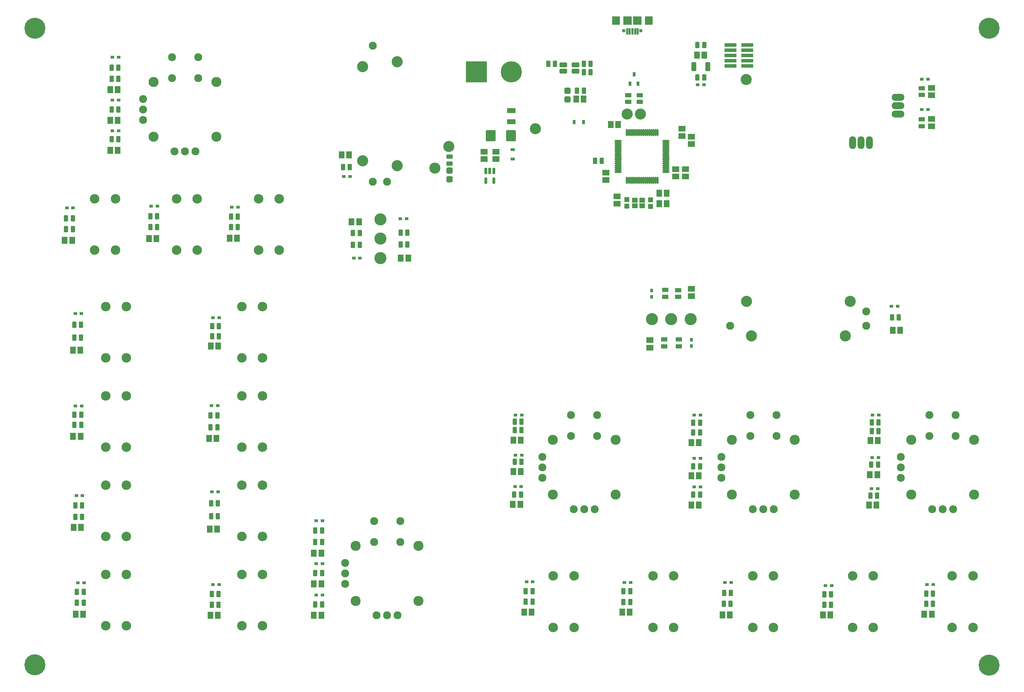
<source format=gts>
G04*
G04 #@! TF.GenerationSoftware,Altium Limited,Altium Designer,20.1.11 (218)*
G04*
G04 Layer_Color=8388736*
%FSLAX25Y25*%
%MOIN*%
G70*
G04*
G04 #@! TF.SameCoordinates,A32AA641-9BD5-4A0C-9211-EA825F98DF86*
G04*
G04*
G04 #@! TF.FilePolarity,Negative*
G04*
G01*
G75*
G04:AMPARAMS|DCode=20|XSize=55.12mil|YSize=68.9mil|CornerRadius=7.87mil|HoleSize=0mil|Usage=FLASHONLY|Rotation=180.000|XOffset=0mil|YOffset=0mil|HoleType=Round|Shape=RoundedRectangle|*
%AMROUNDEDRECTD20*
21,1,0.05512,0.05315,0,0,180.0*
21,1,0.03937,0.06890,0,0,180.0*
1,1,0.01575,-0.01968,0.02657*
1,1,0.01575,0.01968,0.02657*
1,1,0.01575,0.01968,-0.02657*
1,1,0.01575,-0.01968,-0.02657*
%
%ADD20ROUNDEDRECTD20*%
%ADD21O,0.06890X0.01772*%
%ADD22O,0.01772X0.06890*%
%ADD23R,0.03071X0.03858*%
G04:AMPARAMS|DCode=24|XSize=55.12mil|YSize=45.28mil|CornerRadius=5.91mil|HoleSize=0mil|Usage=FLASHONLY|Rotation=180.000|XOffset=0mil|YOffset=0mil|HoleType=Round|Shape=RoundedRectangle|*
%AMROUNDEDRECTD24*
21,1,0.05512,0.03347,0,0,180.0*
21,1,0.04331,0.04528,0,0,180.0*
1,1,0.01181,-0.02165,0.01673*
1,1,0.01181,0.02165,0.01673*
1,1,0.01181,0.02165,-0.01673*
1,1,0.01181,-0.02165,-0.01673*
%
%ADD24ROUNDEDRECTD24*%
G04:AMPARAMS|DCode=25|XSize=45.28mil|YSize=84.65mil|CornerRadius=5.91mil|HoleSize=0mil|Usage=FLASHONLY|Rotation=180.000|XOffset=0mil|YOffset=0mil|HoleType=Round|Shape=RoundedRectangle|*
%AMROUNDEDRECTD25*
21,1,0.04528,0.07284,0,0,180.0*
21,1,0.03347,0.08465,0,0,180.0*
1,1,0.01181,-0.01673,0.03642*
1,1,0.01181,0.01673,0.03642*
1,1,0.01181,0.01673,-0.03642*
1,1,0.01181,-0.01673,-0.03642*
%
%ADD25ROUNDEDRECTD25*%
G04:AMPARAMS|DCode=26|XSize=61.02mil|YSize=41.34mil|CornerRadius=5.61mil|HoleSize=0mil|Usage=FLASHONLY|Rotation=270.000|XOffset=0mil|YOffset=0mil|HoleType=Round|Shape=RoundedRectangle|*
%AMROUNDEDRECTD26*
21,1,0.06102,0.03012,0,0,270.0*
21,1,0.04980,0.04134,0,0,270.0*
1,1,0.01122,-0.01506,-0.02490*
1,1,0.01122,-0.01506,0.02490*
1,1,0.01122,0.01506,0.02490*
1,1,0.01122,0.01506,-0.02490*
%
%ADD26ROUNDEDRECTD26*%
G04:AMPARAMS|DCode=27|XSize=61.02mil|YSize=41.34mil|CornerRadius=5.61mil|HoleSize=0mil|Usage=FLASHONLY|Rotation=180.000|XOffset=0mil|YOffset=0mil|HoleType=Round|Shape=RoundedRectangle|*
%AMROUNDEDRECTD27*
21,1,0.06102,0.03012,0,0,180.0*
21,1,0.04980,0.04134,0,0,180.0*
1,1,0.01122,-0.02490,0.01506*
1,1,0.01122,0.02490,0.01506*
1,1,0.01122,0.02490,-0.01506*
1,1,0.01122,-0.02490,-0.01506*
%
%ADD27ROUNDEDRECTD27*%
%ADD28R,0.08071X0.08071*%
%ADD29R,0.07677X0.08071*%
%ADD30R,0.02165X0.05906*%
%ADD31R,0.11400X0.03300*%
%ADD32R,0.08200X0.04700*%
%ADD33R,0.02953X0.04134*%
G04:AMPARAMS|DCode=34|XSize=57.09mil|YSize=57.09mil|CornerRadius=8.07mil|HoleSize=0mil|Usage=FLASHONLY|Rotation=90.000|XOffset=0mil|YOffset=0mil|HoleType=Round|Shape=RoundedRectangle|*
%AMROUNDEDRECTD34*
21,1,0.05709,0.04095,0,0,90.0*
21,1,0.04095,0.05709,0,0,90.0*
1,1,0.01614,0.02047,0.02047*
1,1,0.01614,0.02047,-0.02047*
1,1,0.01614,-0.02047,-0.02047*
1,1,0.01614,-0.02047,0.02047*
%
%ADD34ROUNDEDRECTD34*%
G04:AMPARAMS|DCode=35|XSize=45.28mil|YSize=72.84mil|CornerRadius=6.89mil|HoleSize=0mil|Usage=FLASHONLY|Rotation=270.000|XOffset=0mil|YOffset=0mil|HoleType=Round|Shape=RoundedRectangle|*
%AMROUNDEDRECTD35*
21,1,0.04528,0.05906,0,0,270.0*
21,1,0.03150,0.07284,0,0,270.0*
1,1,0.01378,-0.02953,-0.01575*
1,1,0.01378,-0.02953,0.01575*
1,1,0.01378,0.02953,0.01575*
1,1,0.01378,0.02953,-0.01575*
%
%ADD35ROUNDEDRECTD35*%
G04:AMPARAMS|DCode=36|XSize=96.46mil|YSize=104.33mil|CornerRadius=9.74mil|HoleSize=0mil|Usage=FLASHONLY|Rotation=180.000|XOffset=0mil|YOffset=0mil|HoleType=Round|Shape=RoundedRectangle|*
%AMROUNDEDRECTD36*
21,1,0.09646,0.08484,0,0,180.0*
21,1,0.07697,0.10433,0,0,180.0*
1,1,0.01949,-0.03848,0.04242*
1,1,0.01949,0.03848,0.04242*
1,1,0.01949,0.03848,-0.04242*
1,1,0.01949,-0.03848,-0.04242*
%
%ADD36ROUNDEDRECTD36*%
%ADD37R,0.03858X0.03071*%
G04:AMPARAMS|DCode=38|XSize=55.12mil|YSize=68.9mil|CornerRadius=7.87mil|HoleSize=0mil|Usage=FLASHONLY|Rotation=90.000|XOffset=0mil|YOffset=0mil|HoleType=Round|Shape=RoundedRectangle|*
%AMROUNDEDRECTD38*
21,1,0.05512,0.05315,0,0,90.0*
21,1,0.03937,0.06890,0,0,90.0*
1,1,0.01575,0.02657,0.01968*
1,1,0.01575,0.02657,-0.01968*
1,1,0.01575,-0.02657,-0.01968*
1,1,0.01575,-0.02657,0.01968*
%
%ADD38ROUNDEDRECTD38*%
G04:AMPARAMS|DCode=39|XSize=49.21mil|YSize=45.28mil|CornerRadius=6.89mil|HoleSize=0mil|Usage=FLASHONLY|Rotation=0.000|XOffset=0mil|YOffset=0mil|HoleType=Round|Shape=RoundedRectangle|*
%AMROUNDEDRECTD39*
21,1,0.04921,0.03150,0,0,0.0*
21,1,0.03543,0.04528,0,0,0.0*
1,1,0.01378,0.01772,-0.01575*
1,1,0.01378,-0.01772,-0.01575*
1,1,0.01378,-0.01772,0.01575*
1,1,0.01378,0.01772,0.01575*
%
%ADD39ROUNDEDRECTD39*%
G04:AMPARAMS|DCode=40|XSize=29.53mil|YSize=59.06mil|CornerRadius=4.72mil|HoleSize=0mil|Usage=FLASHONLY|Rotation=180.000|XOffset=0mil|YOffset=0mil|HoleType=Round|Shape=RoundedRectangle|*
%AMROUNDEDRECTD40*
21,1,0.02953,0.04961,0,0,180.0*
21,1,0.02008,0.05906,0,0,180.0*
1,1,0.00945,-0.01004,0.02480*
1,1,0.00945,0.01004,0.02480*
1,1,0.00945,0.01004,-0.02480*
1,1,0.00945,-0.01004,-0.02480*
%
%ADD40ROUNDEDRECTD40*%
G04:AMPARAMS|DCode=41|XSize=33.47mil|YSize=29.53mil|CornerRadius=4.72mil|HoleSize=0mil|Usage=FLASHONLY|Rotation=180.000|XOffset=0mil|YOffset=0mil|HoleType=Round|Shape=RoundedRectangle|*
%AMROUNDEDRECTD41*
21,1,0.03347,0.02008,0,0,180.0*
21,1,0.02402,0.02953,0,0,180.0*
1,1,0.00945,-0.01201,0.01004*
1,1,0.00945,0.01201,0.01004*
1,1,0.00945,0.01201,-0.01004*
1,1,0.00945,-0.01201,-0.01004*
%
%ADD41ROUNDEDRECTD41*%
G04:AMPARAMS|DCode=42|XSize=33.47mil|YSize=29.53mil|CornerRadius=4.72mil|HoleSize=0mil|Usage=FLASHONLY|Rotation=270.000|XOffset=0mil|YOffset=0mil|HoleType=Round|Shape=RoundedRectangle|*
%AMROUNDEDRECTD42*
21,1,0.03347,0.02008,0,0,270.0*
21,1,0.02402,0.02953,0,0,270.0*
1,1,0.00945,-0.01004,-0.01201*
1,1,0.00945,-0.01004,0.01201*
1,1,0.00945,0.01004,0.01201*
1,1,0.00945,0.01004,-0.01201*
%
%ADD42ROUNDEDRECTD42*%
%ADD43C,0.10630*%
%ADD44C,0.07677*%
%ADD45C,0.07591*%
%ADD46C,0.09591*%
%ADD47C,0.09091*%
%ADD48C,0.11516*%
%ADD49O,0.06497X0.12403*%
%ADD50O,0.12403X0.06497*%
%ADD51C,0.20079*%
%ADD52C,0.10591*%
%ADD53C,0.20276*%
%ADD54R,0.20276X0.20276*%
%ADD55C,0.03347*%
D20*
X68909Y70500D02*
D03*
X61862D02*
D03*
X59476Y240500D02*
D03*
X66524D02*
D03*
X190764Y69415D02*
D03*
X197811D02*
D03*
X59362Y323000D02*
D03*
X66409D02*
D03*
X189953Y152000D02*
D03*
X197000D02*
D03*
X59976Y153500D02*
D03*
X67024D02*
D03*
X191000Y327000D02*
D03*
X198047D02*
D03*
X289476Y99500D02*
D03*
X296524D02*
D03*
X289476Y69500D02*
D03*
X296524D02*
D03*
X289476Y129000D02*
D03*
X296524D02*
D03*
X189453Y238500D02*
D03*
X196500D02*
D03*
X820476Y204000D02*
D03*
X827524D02*
D03*
X819764Y174797D02*
D03*
X826811D02*
D03*
X820976Y236500D02*
D03*
X828024D02*
D03*
X490453Y72500D02*
D03*
X497500D02*
D03*
X583862D02*
D03*
X590909D02*
D03*
X649953Y203000D02*
D03*
X657000D02*
D03*
X649953Y175000D02*
D03*
X657000D02*
D03*
X649976Y234500D02*
D03*
X657024D02*
D03*
X679760Y69915D02*
D03*
X686807D02*
D03*
X849276Y342000D02*
D03*
X842228D02*
D03*
X479976Y207000D02*
D03*
X487024D02*
D03*
X479476Y175500D02*
D03*
X486524D02*
D03*
X479976Y237000D02*
D03*
X487024D02*
D03*
X775760Y69915D02*
D03*
X782807D02*
D03*
X872476Y70500D02*
D03*
X879524D02*
D03*
X379524Y411000D02*
D03*
X372476D02*
D03*
X325476Y445500D02*
D03*
X332524D02*
D03*
X95012Y542500D02*
D03*
X102059D02*
D03*
X95012Y514000D02*
D03*
X102059D02*
D03*
X95012Y572000D02*
D03*
X102059D02*
D03*
X51476Y428000D02*
D03*
X58524D02*
D03*
X131976Y429500D02*
D03*
X139024D02*
D03*
X208976Y430000D02*
D03*
X216024D02*
D03*
X315976Y509500D02*
D03*
X323024D02*
D03*
X540030Y562783D02*
D03*
X547077D02*
D03*
X662500Y605000D02*
D03*
X655453D02*
D03*
X626476Y463000D02*
D03*
X619429D02*
D03*
X626500Y473000D02*
D03*
X619453D02*
D03*
X572976Y538500D02*
D03*
X580024D02*
D03*
D21*
X580165Y493236D02*
D03*
Y495205D02*
D03*
Y497173D02*
D03*
Y499142D02*
D03*
Y501110D02*
D03*
Y503079D02*
D03*
Y505047D02*
D03*
Y507016D02*
D03*
Y508984D02*
D03*
Y510953D02*
D03*
Y512921D02*
D03*
Y514890D02*
D03*
Y516858D02*
D03*
Y518827D02*
D03*
Y520795D02*
D03*
Y522764D02*
D03*
X625835D02*
D03*
Y520795D02*
D03*
Y518827D02*
D03*
Y516858D02*
D03*
Y514890D02*
D03*
Y512921D02*
D03*
Y510953D02*
D03*
Y508984D02*
D03*
Y507016D02*
D03*
Y505047D02*
D03*
Y503079D02*
D03*
Y501110D02*
D03*
Y499142D02*
D03*
Y497173D02*
D03*
Y495205D02*
D03*
Y493236D02*
D03*
D22*
X588236Y530835D02*
D03*
X590205D02*
D03*
X592173D02*
D03*
X594142D02*
D03*
X596110D02*
D03*
X598079D02*
D03*
X600047D02*
D03*
X602016D02*
D03*
X603984D02*
D03*
X605953D02*
D03*
X607921D02*
D03*
X609890D02*
D03*
X611858D02*
D03*
X613827D02*
D03*
X615795D02*
D03*
X617764D02*
D03*
Y485165D02*
D03*
X615795D02*
D03*
X613827D02*
D03*
X611858D02*
D03*
X609890D02*
D03*
X607921D02*
D03*
X605953D02*
D03*
X603984D02*
D03*
X602016D02*
D03*
X600047D02*
D03*
X598079D02*
D03*
X596110D02*
D03*
X594142D02*
D03*
X592173D02*
D03*
X590205D02*
D03*
X588236D02*
D03*
D23*
X538110Y541000D02*
D03*
X546890D02*
D03*
D24*
X602846Y460941D02*
D03*
Y466059D02*
D03*
X596153D02*
D03*
Y460941D02*
D03*
D25*
X652307Y594000D02*
D03*
X665693D02*
D03*
D26*
X67213Y251429D02*
D03*
X60716D02*
D03*
X198500Y79510D02*
D03*
X192004D02*
D03*
X60716Y261252D02*
D03*
X67213D02*
D03*
X192004Y90000D02*
D03*
X198500D02*
D03*
X67098Y334929D02*
D03*
X60602D02*
D03*
X197689Y164096D02*
D03*
X191193D02*
D03*
X60602Y347252D02*
D03*
X67098D02*
D03*
X191193Y176585D02*
D03*
X197689D02*
D03*
X68098Y163596D02*
D03*
X61602D02*
D03*
X198736Y336262D02*
D03*
X192240D02*
D03*
X61602Y174585D02*
D03*
X68098D02*
D03*
X192240Y345919D02*
D03*
X198736D02*
D03*
X297213Y109841D02*
D03*
X290717D02*
D03*
X297213Y79840D02*
D03*
X290717D02*
D03*
X69598Y81429D02*
D03*
X63102D02*
D03*
X197236Y249262D02*
D03*
X190740D02*
D03*
X63102Y91752D02*
D03*
X69598D02*
D03*
X297213Y139596D02*
D03*
X290717D02*
D03*
X190740Y260419D02*
D03*
X197236D02*
D03*
X290717Y150585D02*
D03*
X297213D02*
D03*
X828213Y213381D02*
D03*
X821716D02*
D03*
X827500Y184000D02*
D03*
X821004D02*
D03*
X498248Y82596D02*
D03*
X491752D02*
D03*
X828713Y245526D02*
D03*
X822217D02*
D03*
X491752Y92585D02*
D03*
X498248D02*
D03*
X822217Y253801D02*
D03*
X828713D02*
D03*
X591598Y82262D02*
D03*
X585102D02*
D03*
Y92419D02*
D03*
X591598D02*
D03*
X658236Y212037D02*
D03*
X651740D02*
D03*
X658236Y184714D02*
D03*
X651740D02*
D03*
X658236Y244360D02*
D03*
X651740D02*
D03*
X687496Y80510D02*
D03*
X681000D02*
D03*
X681252Y91000D02*
D03*
X687748D02*
D03*
X651740Y253467D02*
D03*
X658236D02*
D03*
X841539Y354090D02*
D03*
X848035D02*
D03*
X487736Y216158D02*
D03*
X481240D02*
D03*
X783496Y79510D02*
D03*
X777000D02*
D03*
Y89500D02*
D03*
X783496D02*
D03*
X487236Y184815D02*
D03*
X480740D02*
D03*
X487736Y246471D02*
D03*
X481240D02*
D03*
Y254523D02*
D03*
X487736D02*
D03*
X880748Y80500D02*
D03*
X874252D02*
D03*
X874216Y90252D02*
D03*
X880713D02*
D03*
X372252Y424000D02*
D03*
X378748D02*
D03*
X333248Y435000D02*
D03*
X326752D02*
D03*
X378799Y435197D02*
D03*
X372303D02*
D03*
X326752Y423500D02*
D03*
X333248D02*
D03*
X102748Y553000D02*
D03*
X96252D02*
D03*
X59213Y438500D02*
D03*
X52716D02*
D03*
X102748Y524500D02*
D03*
X96252D02*
D03*
X52752Y449000D02*
D03*
X59248D02*
D03*
X102748Y582343D02*
D03*
X96252D02*
D03*
Y593000D02*
D03*
X102748D02*
D03*
X139713Y440500D02*
D03*
X133217D02*
D03*
X133252Y451000D02*
D03*
X139748D02*
D03*
X216713Y440500D02*
D03*
X210216D02*
D03*
X210252Y450500D02*
D03*
X216748D02*
D03*
X323748Y498000D02*
D03*
X317252D02*
D03*
X540829Y570783D02*
D03*
X547325D02*
D03*
X662248Y583500D02*
D03*
X655752D02*
D03*
X662248Y614500D02*
D03*
X655752D02*
D03*
X564500Y504000D02*
D03*
X558004D02*
D03*
X547252Y596500D02*
D03*
X553748D02*
D03*
X513252D02*
D03*
X519748D02*
D03*
X547252Y588500D02*
D03*
X553748D02*
D03*
D27*
X637429Y373787D02*
D03*
Y380283D02*
D03*
X624096Y333098D02*
D03*
Y326602D02*
D03*
X625000Y380496D02*
D03*
Y374000D02*
D03*
X638085Y326602D02*
D03*
Y333098D02*
D03*
X870000Y543500D02*
D03*
Y537004D02*
D03*
Y573248D02*
D03*
Y566752D02*
D03*
X589649Y566573D02*
D03*
Y560077D02*
D03*
X600649Y566573D02*
D03*
Y560077D02*
D03*
X419000Y501252D02*
D03*
Y507748D02*
D03*
D28*
X598355Y637954D02*
D03*
X588906D02*
D03*
D29*
X609379D02*
D03*
X577883D02*
D03*
D30*
X598749Y627423D02*
D03*
X588513D02*
D03*
X596190D02*
D03*
X593631D02*
D03*
X591072D02*
D03*
D31*
X703500Y594500D02*
D03*
X687500D02*
D03*
X703500Y599500D02*
D03*
X687500D02*
D03*
X703500Y604500D02*
D03*
X687500D02*
D03*
X703500Y609500D02*
D03*
X687500D02*
D03*
X703500Y614500D02*
D03*
X687500D02*
D03*
D32*
X478000Y541250D02*
D03*
Y551750D02*
D03*
D33*
X595200Y586550D02*
D03*
X598940Y577495D02*
D03*
X591460D02*
D03*
D34*
X531577Y562515D02*
D03*
Y570783D02*
D03*
X419000Y486366D02*
D03*
Y494634D02*
D03*
D35*
X539405Y589547D02*
D03*
Y595453D02*
D03*
X527595D02*
D03*
Y589547D02*
D03*
D36*
X477646Y528000D02*
D03*
X458354D02*
D03*
D37*
X479500Y505610D02*
D03*
Y514390D02*
D03*
D38*
X650000Y381524D02*
D03*
Y374476D02*
D03*
X610500Y325362D02*
D03*
Y332409D02*
D03*
X879500Y536953D02*
D03*
Y544000D02*
D03*
Y566453D02*
D03*
Y573500D02*
D03*
X650000Y519976D02*
D03*
Y527024D02*
D03*
X579000Y470024D02*
D03*
Y462976D02*
D03*
X568500Y485476D02*
D03*
Y492524D02*
D03*
X641000Y534524D02*
D03*
Y527476D02*
D03*
X635000Y496024D02*
D03*
Y488976D02*
D03*
X644500Y496024D02*
D03*
Y488976D02*
D03*
X452000Y512500D02*
D03*
Y505453D02*
D03*
X463500Y512500D02*
D03*
Y505453D02*
D03*
D39*
X588500Y466799D02*
D03*
Y460500D02*
D03*
X611000Y460350D02*
D03*
Y466650D02*
D03*
D40*
X461174Y494303D02*
D03*
X457434D02*
D03*
X453694D02*
D03*
Y484972D02*
D03*
X461174D02*
D03*
D41*
X875122Y99000D02*
D03*
X881106D02*
D03*
X777906Y97915D02*
D03*
X783890D02*
D03*
X681906Y100915D02*
D03*
X687890D02*
D03*
X586008Y101000D02*
D03*
X591992D02*
D03*
X492508Y101500D02*
D03*
X498492D02*
D03*
X482146Y261000D02*
D03*
X488130D02*
D03*
X481508Y192500D02*
D03*
X487492D02*
D03*
X482146Y222636D02*
D03*
X488130D02*
D03*
X823122Y261000D02*
D03*
X829106D02*
D03*
X822622Y220080D02*
D03*
X828606D02*
D03*
X821909Y190700D02*
D03*
X827894D02*
D03*
X652646Y192247D02*
D03*
X658630D02*
D03*
X652646Y219569D02*
D03*
X658630D02*
D03*
X652646Y261000D02*
D03*
X658630D02*
D03*
X875842Y553000D02*
D03*
X869858D02*
D03*
X875842Y582000D02*
D03*
X869858D02*
D03*
X291622Y160000D02*
D03*
X297606D02*
D03*
X291622Y89000D02*
D03*
X297606D02*
D03*
X291622Y119000D02*
D03*
X297606D02*
D03*
X193146Y354000D02*
D03*
X199130D02*
D03*
X62508Y184000D02*
D03*
X68492D02*
D03*
X191646Y270000D02*
D03*
X197630D02*
D03*
X64008Y100500D02*
D03*
X69992D02*
D03*
X192098Y187500D02*
D03*
X198083D02*
D03*
X61508Y358000D02*
D03*
X67492D02*
D03*
X847130Y365000D02*
D03*
X841146D02*
D03*
X318008Y489000D02*
D03*
X323992D02*
D03*
X327508Y411000D02*
D03*
X333492D02*
D03*
X377992Y448500D02*
D03*
X372008D02*
D03*
X211008Y459500D02*
D03*
X216992D02*
D03*
X134008Y460500D02*
D03*
X139992D02*
D03*
X53508Y459000D02*
D03*
X59492D02*
D03*
X97158Y532500D02*
D03*
X103142D02*
D03*
X97158Y562000D02*
D03*
X103142D02*
D03*
X97008Y603000D02*
D03*
X102992D02*
D03*
X67606Y269500D02*
D03*
X61622D02*
D03*
X198894Y98915D02*
D03*
X192909D02*
D03*
X656000Y576500D02*
D03*
X661984D02*
D03*
D42*
X650000Y327016D02*
D03*
Y333000D02*
D03*
X611870Y379984D02*
D03*
Y374000D02*
D03*
D43*
X702520Y369571D02*
D03*
X707244Y336500D02*
D03*
X797008D02*
D03*
X801732Y369571D02*
D03*
X369071Y598488D02*
D03*
X336000Y593764D02*
D03*
Y504000D02*
D03*
X369071Y499276D02*
D03*
D44*
X687165Y346146D02*
D03*
X817087Y359925D02*
D03*
Y346146D02*
D03*
X345646Y613842D02*
D03*
X359425Y483921D02*
D03*
X345646D02*
D03*
D45*
X507667Y201000D02*
D03*
Y211000D02*
D03*
Y221000D02*
D03*
X557667Y171000D02*
D03*
X547667D02*
D03*
X537667D02*
D03*
X560167Y241000D02*
D03*
X535167D02*
D03*
X560167Y261000D02*
D03*
X535167D02*
D03*
X706333D02*
D03*
X731333D02*
D03*
X706333Y241000D02*
D03*
X731333D02*
D03*
X708833Y171000D02*
D03*
X718833D02*
D03*
X728833D02*
D03*
X678833Y221000D02*
D03*
Y211000D02*
D03*
Y201000D02*
D03*
X877500Y261000D02*
D03*
X902500D02*
D03*
X877500Y241000D02*
D03*
X902500D02*
D03*
X880000Y171000D02*
D03*
X890000D02*
D03*
X900000D02*
D03*
X850000Y221000D02*
D03*
Y211000D02*
D03*
Y201000D02*
D03*
X347000Y159500D02*
D03*
X372000D02*
D03*
X347000Y139500D02*
D03*
X372000D02*
D03*
X349500Y69500D02*
D03*
X359500D02*
D03*
X369500D02*
D03*
X319500Y119500D02*
D03*
Y109500D02*
D03*
Y99500D02*
D03*
X126500Y543000D02*
D03*
Y553000D02*
D03*
Y563000D02*
D03*
X176500Y513000D02*
D03*
X166500D02*
D03*
X156500D02*
D03*
X179000Y583000D02*
D03*
X154000D02*
D03*
X179000Y603000D02*
D03*
X154000D02*
D03*
D46*
X577667Y237250D02*
D03*
Y184750D02*
D03*
X517667D02*
D03*
Y237250D02*
D03*
X688833D02*
D03*
Y184750D02*
D03*
X748833D02*
D03*
Y237250D02*
D03*
X860000D02*
D03*
Y184750D02*
D03*
X920000D02*
D03*
Y237250D02*
D03*
X329500Y135750D02*
D03*
Y83250D02*
D03*
X389500D02*
D03*
Y135750D02*
D03*
X196500Y579250D02*
D03*
Y526750D02*
D03*
X136500D02*
D03*
Y579250D02*
D03*
D47*
X90657Y144727D02*
D03*
X110343D02*
D03*
Y193939D02*
D03*
X90657D02*
D03*
X899157Y57894D02*
D03*
X918843D02*
D03*
Y107106D02*
D03*
X899157D02*
D03*
X803907Y57894D02*
D03*
X823593D02*
D03*
Y107106D02*
D03*
X803907D02*
D03*
X708657Y57894D02*
D03*
X728343D02*
D03*
Y107106D02*
D03*
X708657D02*
D03*
X613407Y57894D02*
D03*
X633093D02*
D03*
Y107106D02*
D03*
X613407D02*
D03*
X518157Y57894D02*
D03*
X537843D02*
D03*
Y107106D02*
D03*
X518157D02*
D03*
X90657Y279273D02*
D03*
X110343D02*
D03*
Y230061D02*
D03*
X90657D02*
D03*
X220657Y108606D02*
D03*
X240343D02*
D03*
Y59394D02*
D03*
X220657D02*
D03*
X90657Y364606D02*
D03*
X110343D02*
D03*
Y315394D02*
D03*
X90657D02*
D03*
X220657Y193939D02*
D03*
X240343D02*
D03*
Y144727D02*
D03*
X220657D02*
D03*
Y364606D02*
D03*
X240343D02*
D03*
Y315394D02*
D03*
X220657D02*
D03*
X90657Y108606D02*
D03*
X110343D02*
D03*
Y59394D02*
D03*
X90657D02*
D03*
X220657Y279273D02*
D03*
X240343D02*
D03*
Y230061D02*
D03*
X220657D02*
D03*
X80157Y467606D02*
D03*
X99843D02*
D03*
Y418394D02*
D03*
X80157D02*
D03*
X158407Y467606D02*
D03*
X178093D02*
D03*
Y418394D02*
D03*
X158407D02*
D03*
X236657Y467606D02*
D03*
X256343D02*
D03*
Y418394D02*
D03*
X236657D02*
D03*
D48*
X353000Y448004D02*
D03*
Y429500D02*
D03*
Y410996D02*
D03*
X649248Y352500D02*
D03*
X630744D02*
D03*
X612240D02*
D03*
D49*
X804126Y521067D02*
D03*
X819874D02*
D03*
X812000D02*
D03*
D50*
X847433Y548626D02*
D03*
Y564374D02*
D03*
Y556500D02*
D03*
D51*
X23000Y630600D02*
D03*
X934500Y22000D02*
D03*
X23000Y22200D02*
D03*
X934500Y630600D02*
D03*
D52*
X588700Y548500D02*
D03*
X601500Y548600D02*
D03*
X702500Y581500D02*
D03*
X405000Y497000D02*
D03*
X418500Y517500D02*
D03*
X501000Y534500D02*
D03*
D53*
X478000Y589000D02*
D03*
D54*
X444535D02*
D03*
D55*
X601800Y628308D02*
D03*
X585461D02*
D03*
M02*

</source>
